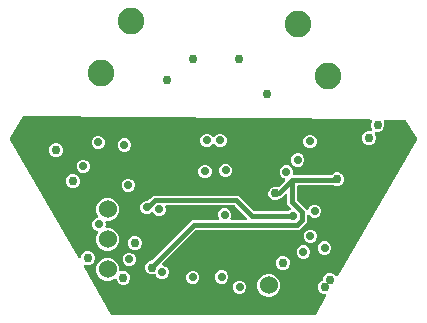
<source format=gbr>
G04 EAGLE Gerber RS-274X export*
G75*
%MOMM*%
%FSLAX34Y34*%
%LPD*%
%INCopper Layer 15*%
%IPPOS*%
%AMOC8*
5,1,8,0,0,1.08239X$1,22.5*%
G01*
%ADD10C,1.524000*%
%ADD11C,2.250000*%
%ADD12C,0.756400*%
%ADD13C,0.706400*%
%ADD14C,0.406400*%

G36*
X88711Y-7D02*
X88711Y-7D01*
X88817Y-3D01*
X88869Y13D01*
X88922Y20D01*
X89020Y58D01*
X89121Y89D01*
X89168Y117D01*
X89218Y137D01*
X89303Y199D01*
X89394Y253D01*
X89431Y292D01*
X89475Y323D01*
X89542Y405D01*
X89616Y480D01*
X89664Y552D01*
X89678Y568D01*
X89684Y582D01*
X89706Y614D01*
X98632Y16076D01*
X98684Y16198D01*
X98740Y16318D01*
X98745Y16344D01*
X98755Y16369D01*
X98775Y16500D01*
X98800Y16630D01*
X98798Y16657D01*
X98802Y16684D01*
X98788Y16816D01*
X98780Y16947D01*
X98772Y16973D01*
X98769Y17000D01*
X98723Y17124D01*
X98682Y17250D01*
X98667Y17273D01*
X98658Y17298D01*
X98582Y17407D01*
X98512Y17519D01*
X98492Y17537D01*
X98477Y17559D01*
X98376Y17646D01*
X98280Y17737D01*
X98256Y17750D01*
X98236Y17767D01*
X98117Y17826D01*
X98002Y17890D01*
X97975Y17897D01*
X97951Y17909D01*
X97822Y17937D01*
X97694Y17970D01*
X97655Y17972D01*
X97640Y17975D01*
X97618Y17974D01*
X97533Y17980D01*
X96471Y17980D01*
X94327Y18868D01*
X92686Y20509D01*
X91799Y22652D01*
X91799Y24973D01*
X92686Y27116D01*
X94327Y28757D01*
X94984Y29029D01*
X95009Y29044D01*
X95037Y29053D01*
X95147Y29122D01*
X95260Y29187D01*
X95281Y29207D01*
X95306Y29223D01*
X95395Y29318D01*
X95488Y29408D01*
X95504Y29433D01*
X95524Y29455D01*
X95587Y29568D01*
X95655Y29679D01*
X95663Y29707D01*
X95678Y29733D01*
X95710Y29859D01*
X95748Y29983D01*
X95750Y30013D01*
X95757Y30041D01*
X95767Y30202D01*
X95767Y31323D01*
X96655Y33466D01*
X98296Y35107D01*
X100440Y35995D01*
X102760Y35995D01*
X104904Y35107D01*
X106723Y33288D01*
X106768Y33253D01*
X106810Y33208D01*
X106867Y33172D01*
X106918Y33128D01*
X106951Y33111D01*
X106975Y33093D01*
X107025Y33071D01*
X107078Y33037D01*
X107142Y33016D01*
X107203Y32986D01*
X107240Y32978D01*
X107266Y32967D01*
X107319Y32958D01*
X107381Y32938D01*
X107448Y32934D01*
X107514Y32920D01*
X107552Y32921D01*
X107580Y32917D01*
X107633Y32922D01*
X107698Y32918D01*
X107764Y32930D01*
X107832Y32933D01*
X107869Y32944D01*
X107897Y32947D01*
X107946Y32964D01*
X108011Y32976D01*
X108072Y33005D01*
X108136Y33024D01*
X108170Y33045D01*
X108196Y33054D01*
X108239Y33083D01*
X108299Y33111D01*
X108351Y33154D01*
X108408Y33189D01*
X108436Y33217D01*
X108460Y33233D01*
X108494Y33272D01*
X108544Y33313D01*
X108584Y33368D01*
X108631Y33416D01*
X108662Y33463D01*
X108670Y33471D01*
X108676Y33483D01*
X108720Y33550D01*
X175137Y148590D01*
X175178Y148688D01*
X175227Y148781D01*
X175240Y148834D01*
X175260Y148884D01*
X175276Y148988D01*
X175300Y149091D01*
X175299Y149145D01*
X175307Y149198D01*
X175296Y149303D01*
X175294Y149409D01*
X175279Y149461D01*
X175274Y149514D01*
X175237Y149614D01*
X175209Y149715D01*
X175171Y149792D01*
X175163Y149813D01*
X175154Y149825D01*
X175137Y149860D01*
X166481Y164852D01*
X166422Y164931D01*
X166370Y165015D01*
X166326Y165057D01*
X166289Y165106D01*
X166212Y165167D01*
X166141Y165235D01*
X166088Y165265D01*
X166040Y165303D01*
X165950Y165344D01*
X165864Y165392D01*
X165805Y165408D01*
X165749Y165433D01*
X165652Y165449D01*
X165557Y165475D01*
X165456Y165483D01*
X165436Y165486D01*
X165424Y165485D01*
X165396Y165487D01*
X148425Y165678D01*
X148369Y165672D01*
X148312Y165674D01*
X148211Y165654D01*
X148109Y165642D01*
X148056Y165621D01*
X148000Y165610D01*
X147908Y165565D01*
X147812Y165528D01*
X147766Y165495D01*
X147715Y165470D01*
X147637Y165404D01*
X147553Y165344D01*
X147516Y165301D01*
X147473Y165264D01*
X147414Y165180D01*
X147347Y165101D01*
X147322Y165050D01*
X147290Y165004D01*
X147253Y164908D01*
X147208Y164815D01*
X147197Y164760D01*
X147177Y164707D01*
X147165Y164604D01*
X147145Y164504D01*
X147148Y164447D01*
X147142Y164390D01*
X147156Y164289D01*
X147161Y164186D01*
X147178Y164132D01*
X147186Y164076D01*
X147238Y163923D01*
X147914Y162291D01*
X147914Y159971D01*
X147026Y157827D01*
X145385Y156186D01*
X143241Y155299D01*
X140963Y155299D01*
X140914Y155292D01*
X140864Y155295D01*
X140757Y155272D01*
X140648Y155259D01*
X140602Y155240D01*
X140553Y155230D01*
X140454Y155182D01*
X140352Y155142D01*
X140312Y155112D01*
X140267Y155091D01*
X140184Y155019D01*
X140095Y154955D01*
X140063Y154916D01*
X140025Y154884D01*
X139962Y154795D01*
X139892Y154710D01*
X139871Y154665D01*
X139842Y154624D01*
X139803Y154521D01*
X139756Y154422D01*
X139747Y154373D01*
X139730Y154327D01*
X139717Y154217D01*
X139697Y154110D01*
X139700Y154060D01*
X139694Y154011D01*
X139710Y153902D01*
X139716Y153792D01*
X139732Y153745D01*
X139739Y153696D01*
X139791Y153544D01*
X140770Y151179D01*
X140770Y148859D01*
X139882Y146715D01*
X138241Y145074D01*
X136098Y144186D01*
X133777Y144186D01*
X131634Y145074D01*
X129993Y146715D01*
X129105Y148859D01*
X129105Y151179D01*
X129993Y153323D01*
X131634Y154964D01*
X133777Y155851D01*
X136055Y155851D01*
X136105Y155858D01*
X136154Y155855D01*
X136262Y155878D01*
X136371Y155891D01*
X136417Y155910D01*
X136466Y155920D01*
X136564Y155968D01*
X136667Y156008D01*
X136707Y156038D01*
X136751Y156059D01*
X136835Y156131D01*
X136924Y156195D01*
X136956Y156234D01*
X136993Y156266D01*
X137057Y156355D01*
X137127Y156440D01*
X137148Y156485D01*
X137177Y156526D01*
X137215Y156629D01*
X137262Y156728D01*
X137272Y156777D01*
X137289Y156823D01*
X137301Y156933D01*
X137322Y157040D01*
X137319Y157090D01*
X137324Y157139D01*
X137309Y157248D01*
X137302Y157358D01*
X137287Y157405D01*
X137280Y157454D01*
X137228Y157606D01*
X136249Y159971D01*
X136249Y162291D01*
X136983Y164065D01*
X136994Y164106D01*
X137013Y164144D01*
X137036Y164259D01*
X137067Y164372D01*
X137068Y164414D01*
X137076Y164456D01*
X137070Y164573D01*
X137072Y164690D01*
X137062Y164731D01*
X137060Y164774D01*
X137025Y164885D01*
X136998Y164999D01*
X136978Y165037D01*
X136965Y165077D01*
X136904Y165177D01*
X136849Y165280D01*
X136821Y165312D01*
X136798Y165348D01*
X136714Y165429D01*
X136635Y165516D01*
X136600Y165539D01*
X136569Y165568D01*
X136468Y165626D01*
X136370Y165690D01*
X136329Y165704D01*
X136292Y165725D01*
X136180Y165756D01*
X136069Y165793D01*
X136026Y165797D01*
X135985Y165808D01*
X135825Y165820D01*
X-59695Y168022D01*
X-156922Y169116D01*
X-157034Y169104D01*
X-157147Y169099D01*
X-157192Y169085D01*
X-157238Y169080D01*
X-157343Y169040D01*
X-157452Y169007D01*
X-157492Y168983D01*
X-157535Y168966D01*
X-157627Y168901D01*
X-157724Y168843D01*
X-157757Y168810D01*
X-157795Y168783D01*
X-157868Y168696D01*
X-157947Y168616D01*
X-157986Y168556D01*
X-158000Y168540D01*
X-158008Y168523D01*
X-158036Y168482D01*
X-168787Y149860D01*
X-168828Y149762D01*
X-168877Y149669D01*
X-168889Y149616D01*
X-168910Y149566D01*
X-168926Y149462D01*
X-168950Y149359D01*
X-168949Y149305D01*
X-168957Y149252D01*
X-168946Y149147D01*
X-168944Y149041D01*
X-168929Y148989D01*
X-168924Y148936D01*
X-168887Y148836D01*
X-168859Y148735D01*
X-168821Y148658D01*
X-168813Y148637D01*
X-168804Y148625D01*
X-168787Y148590D01*
X-111389Y49170D01*
X-111300Y49054D01*
X-111215Y48936D01*
X-111205Y48928D01*
X-111196Y48917D01*
X-111083Y48827D01*
X-110970Y48734D01*
X-110958Y48728D01*
X-110947Y48720D01*
X-110813Y48660D01*
X-110682Y48598D01*
X-110669Y48596D01*
X-110657Y48590D01*
X-110512Y48566D01*
X-110370Y48538D01*
X-110357Y48539D01*
X-110343Y48537D01*
X-110197Y48549D01*
X-110053Y48558D01*
X-110040Y48562D01*
X-110026Y48563D01*
X-109888Y48611D01*
X-109750Y48656D01*
X-109739Y48663D01*
X-109726Y48668D01*
X-109604Y48748D01*
X-109481Y48826D01*
X-109472Y48836D01*
X-109461Y48844D01*
X-109363Y48952D01*
X-109263Y49058D01*
X-109257Y49070D01*
X-109248Y49080D01*
X-109180Y49209D01*
X-109110Y49336D01*
X-109107Y49349D01*
X-109100Y49361D01*
X-109087Y49418D01*
X-108132Y51723D01*
X-106491Y53364D01*
X-104348Y54251D01*
X-102027Y54251D01*
X-99884Y53364D01*
X-98243Y51723D01*
X-97355Y49579D01*
X-97355Y47259D01*
X-98243Y45115D01*
X-99884Y43474D01*
X-102027Y42586D01*
X-104348Y42586D01*
X-105151Y42919D01*
X-105212Y42935D01*
X-105270Y42961D01*
X-105365Y42977D01*
X-105458Y43003D01*
X-105521Y43004D01*
X-105583Y43014D01*
X-105679Y43006D01*
X-105776Y43008D01*
X-105837Y42993D01*
X-105900Y42988D01*
X-105991Y42956D01*
X-106085Y42934D01*
X-106141Y42904D01*
X-106200Y42883D01*
X-106281Y42830D01*
X-106366Y42785D01*
X-106413Y42742D01*
X-106465Y42708D01*
X-106530Y42636D01*
X-106602Y42571D01*
X-106636Y42518D01*
X-106678Y42471D01*
X-106723Y42386D01*
X-106776Y42305D01*
X-106797Y42246D01*
X-106826Y42190D01*
X-106848Y42096D01*
X-106880Y42004D01*
X-106885Y41942D01*
X-106899Y41880D01*
X-106897Y41784D01*
X-106905Y41687D01*
X-106894Y41625D01*
X-106893Y41562D01*
X-106867Y41469D01*
X-106850Y41374D01*
X-106824Y41317D01*
X-106808Y41256D01*
X-106736Y41112D01*
X-83356Y614D01*
X-83292Y530D01*
X-83235Y441D01*
X-83196Y404D01*
X-83163Y361D01*
X-83081Y295D01*
X-83004Y223D01*
X-82956Y197D01*
X-82914Y163D01*
X-82818Y120D01*
X-82725Y69D01*
X-82673Y56D01*
X-82624Y34D01*
X-82519Y16D01*
X-82417Y-10D01*
X-82332Y-16D01*
X-82310Y-19D01*
X-82295Y-18D01*
X-82256Y-20D01*
X88606Y-20D01*
X88711Y-7D01*
G37*
%LPC*%
G36*
X-41592Y30930D02*
X-41592Y30930D01*
X-43644Y31780D01*
X-45214Y33350D01*
X-45586Y34247D01*
X-45645Y34351D01*
X-45697Y34457D01*
X-45723Y34488D01*
X-45743Y34523D01*
X-45826Y34609D01*
X-45903Y34699D01*
X-45936Y34723D01*
X-45964Y34752D01*
X-46066Y34814D01*
X-46163Y34882D01*
X-46201Y34897D01*
X-46235Y34918D01*
X-46349Y34953D01*
X-46461Y34995D01*
X-46501Y35000D01*
X-46539Y35012D01*
X-46658Y35017D01*
X-46777Y35030D01*
X-46817Y35025D01*
X-46857Y35027D01*
X-46974Y35003D01*
X-47092Y34986D01*
X-47149Y34966D01*
X-47169Y34962D01*
X-47187Y34953D01*
X-47244Y34934D01*
X-48052Y34599D01*
X-50373Y34599D01*
X-52516Y35487D01*
X-54157Y37128D01*
X-55045Y39272D01*
X-55045Y41592D01*
X-54157Y43736D01*
X-52516Y45377D01*
X-50373Y46264D01*
X-50178Y46264D01*
X-50080Y46277D01*
X-49981Y46280D01*
X-49923Y46297D01*
X-49862Y46304D01*
X-49770Y46341D01*
X-49675Y46368D01*
X-49623Y46399D01*
X-49567Y46421D01*
X-49487Y46479D01*
X-49401Y46530D01*
X-49326Y46596D01*
X-49309Y46608D01*
X-49302Y46618D01*
X-49280Y46636D01*
X-15310Y80606D01*
X6549Y80606D01*
X6599Y80612D01*
X6648Y80610D01*
X6756Y80632D01*
X6865Y80646D01*
X6911Y80664D01*
X6960Y80674D01*
X7058Y80723D01*
X7160Y80763D01*
X7201Y80792D01*
X7245Y80814D01*
X7329Y80885D01*
X7418Y80950D01*
X7449Y80988D01*
X7487Y81020D01*
X7550Y81110D01*
X7621Y81195D01*
X7642Y81240D01*
X7670Y81280D01*
X7709Y81383D01*
X7756Y81483D01*
X7765Y81531D01*
X7783Y81578D01*
X7795Y81687D01*
X7816Y81795D01*
X7813Y81844D01*
X7818Y81894D01*
X7803Y82003D01*
X7796Y82112D01*
X7781Y82160D01*
X7774Y82209D01*
X7722Y82361D01*
X7117Y83821D01*
X7117Y86042D01*
X7967Y88094D01*
X9538Y89664D01*
X11589Y90514D01*
X13811Y90514D01*
X15862Y89664D01*
X17433Y88094D01*
X18283Y86042D01*
X18283Y83821D01*
X17678Y82361D01*
X17665Y82313D01*
X17644Y82268D01*
X17623Y82161D01*
X17594Y82054D01*
X17593Y82005D01*
X17584Y81956D01*
X17591Y81846D01*
X17589Y81736D01*
X17601Y81688D01*
X17604Y81639D01*
X17638Y81534D01*
X17663Y81427D01*
X17687Y81383D01*
X17702Y81336D01*
X17761Y81243D01*
X17812Y81146D01*
X17845Y81109D01*
X17872Y81067D01*
X17952Y80992D01*
X18026Y80911D01*
X18067Y80883D01*
X18104Y80849D01*
X18200Y80796D01*
X18292Y80736D01*
X18339Y80720D01*
X18382Y80696D01*
X18488Y80668D01*
X18592Y80633D01*
X18642Y80629D01*
X18690Y80616D01*
X18851Y80606D01*
X30421Y80606D01*
X30558Y80624D01*
X30697Y80637D01*
X30716Y80644D01*
X30736Y80646D01*
X30865Y80697D01*
X30997Y80744D01*
X31013Y80756D01*
X31032Y80763D01*
X31144Y80845D01*
X31260Y80923D01*
X31273Y80938D01*
X31289Y80950D01*
X31378Y81057D01*
X31470Y81161D01*
X31479Y81179D01*
X31492Y81195D01*
X31551Y81321D01*
X31615Y81445D01*
X31619Y81464D01*
X31628Y81483D01*
X31654Y81619D01*
X31684Y81755D01*
X31684Y81775D01*
X31688Y81795D01*
X31679Y81933D01*
X31675Y82073D01*
X31669Y82092D01*
X31668Y82112D01*
X31625Y82245D01*
X31586Y82378D01*
X31576Y82396D01*
X31570Y82415D01*
X31496Y82532D01*
X31425Y82652D01*
X31406Y82673D01*
X31400Y82684D01*
X31385Y82698D01*
X31318Y82773D01*
X21238Y92853D01*
X21160Y92914D01*
X21088Y92982D01*
X21035Y93011D01*
X20987Y93048D01*
X20896Y93088D01*
X20809Y93135D01*
X20751Y93150D01*
X20695Y93175D01*
X20597Y93190D01*
X20501Y93215D01*
X20401Y93221D01*
X20381Y93224D01*
X20369Y93223D01*
X20341Y93225D01*
X-36383Y93225D01*
X-36432Y93219D01*
X-36482Y93221D01*
X-36589Y93199D01*
X-36698Y93185D01*
X-36745Y93167D01*
X-36793Y93157D01*
X-36892Y93108D01*
X-36994Y93068D01*
X-37034Y93039D01*
X-37079Y93017D01*
X-37163Y92946D01*
X-37251Y92881D01*
X-37283Y92843D01*
X-37321Y92811D01*
X-37384Y92721D01*
X-37454Y92636D01*
X-37475Y92591D01*
X-37504Y92551D01*
X-37543Y92448D01*
X-37590Y92349D01*
X-37599Y92300D01*
X-37617Y92253D01*
X-37629Y92144D01*
X-37650Y92036D01*
X-37647Y91987D01*
X-37652Y91937D01*
X-37637Y91828D01*
X-37630Y91719D01*
X-37615Y91672D01*
X-37608Y91622D01*
X-37556Y91470D01*
X-37280Y90804D01*
X-37280Y88583D01*
X-38130Y86531D01*
X-39700Y84961D01*
X-41752Y84111D01*
X-43973Y84111D01*
X-46025Y84961D01*
X-47606Y86542D01*
X-47608Y86545D01*
X-47625Y86592D01*
X-47686Y86683D01*
X-47741Y86778D01*
X-47775Y86814D01*
X-47803Y86855D01*
X-47885Y86928D01*
X-47962Y87007D01*
X-48005Y87033D01*
X-48042Y87066D01*
X-48139Y87116D01*
X-48233Y87173D01*
X-48281Y87188D01*
X-48325Y87210D01*
X-48432Y87234D01*
X-48537Y87267D01*
X-48587Y87269D01*
X-48635Y87280D01*
X-48745Y87277D01*
X-48855Y87282D01*
X-48904Y87272D01*
X-48953Y87270D01*
X-49058Y87240D01*
X-49166Y87218D01*
X-49211Y87196D01*
X-49259Y87182D01*
X-49353Y87126D01*
X-49452Y87078D01*
X-49490Y87046D01*
X-49533Y87020D01*
X-49653Y86914D01*
X-50019Y86548D01*
X-52071Y85699D01*
X-54292Y85699D01*
X-56344Y86548D01*
X-57914Y88119D01*
X-58764Y90171D01*
X-58764Y92392D01*
X-57914Y94444D01*
X-56344Y96014D01*
X-54292Y96864D01*
X-52760Y96864D01*
X-52662Y96876D01*
X-52563Y96879D01*
X-52504Y96896D01*
X-52444Y96904D01*
X-52352Y96940D01*
X-52257Y96968D01*
X-52205Y96999D01*
X-52149Y97021D01*
X-52068Y97079D01*
X-51983Y97129D01*
X-51908Y97196D01*
X-51891Y97208D01*
X-51883Y97217D01*
X-51862Y97236D01*
X-50471Y98627D01*
X-47707Y101390D01*
X24249Y101390D01*
X27012Y98627D01*
X37121Y88518D01*
X37199Y88458D01*
X37271Y88390D01*
X37324Y88361D01*
X37372Y88324D01*
X37463Y88284D01*
X37549Y88236D01*
X37608Y88221D01*
X37664Y88197D01*
X37762Y88182D01*
X37857Y88157D01*
X37957Y88151D01*
X37978Y88147D01*
X37990Y88149D01*
X38018Y88147D01*
X66232Y88147D01*
X66330Y88159D01*
X66429Y88162D01*
X66487Y88179D01*
X66548Y88187D01*
X66640Y88223D01*
X66735Y88251D01*
X66787Y88281D01*
X66843Y88304D01*
X66923Y88362D01*
X67009Y88412D01*
X67084Y88478D01*
X67101Y88490D01*
X67108Y88500D01*
X67130Y88519D01*
X67481Y88870D01*
X68147Y89146D01*
X68190Y89171D01*
X68237Y89188D01*
X68328Y89249D01*
X68424Y89304D01*
X68459Y89338D01*
X68500Y89366D01*
X68573Y89449D01*
X68652Y89525D01*
X68678Y89567D01*
X68711Y89605D01*
X68761Y89702D01*
X68818Y89796D01*
X68833Y89844D01*
X68855Y89888D01*
X68879Y89995D01*
X68912Y90100D01*
X68914Y90150D01*
X68925Y90198D01*
X68922Y90308D01*
X68927Y90418D01*
X68917Y90466D01*
X68915Y90516D01*
X68885Y90622D01*
X68863Y90729D01*
X68841Y90774D01*
X68827Y90821D01*
X68771Y90916D01*
X68723Y91015D01*
X68691Y91053D01*
X68665Y91095D01*
X68559Y91216D01*
X65767Y94008D01*
X65767Y101379D01*
X65750Y101517D01*
X65737Y101656D01*
X65730Y101675D01*
X65727Y101695D01*
X65676Y101824D01*
X65629Y101955D01*
X65618Y101972D01*
X65610Y101990D01*
X65529Y102103D01*
X65451Y102218D01*
X65435Y102231D01*
X65424Y102248D01*
X65317Y102336D01*
X65212Y102428D01*
X65194Y102438D01*
X65179Y102451D01*
X65053Y102510D01*
X64929Y102573D01*
X64909Y102578D01*
X64891Y102586D01*
X64755Y102612D01*
X64619Y102643D01*
X64598Y102642D01*
X64579Y102646D01*
X64440Y102637D01*
X64301Y102633D01*
X64281Y102627D01*
X64261Y102626D01*
X64129Y102583D01*
X63995Y102545D01*
X63978Y102534D01*
X63959Y102528D01*
X63841Y102454D01*
X63721Y102383D01*
X63700Y102365D01*
X63690Y102358D01*
X63676Y102343D01*
X63600Y102277D01*
X63192Y101868D01*
X60429Y99105D01*
X60254Y99105D01*
X60156Y99092D01*
X60057Y99089D01*
X59999Y99073D01*
X59939Y99065D01*
X59847Y99028D01*
X59752Y99001D01*
X59699Y98970D01*
X59643Y98948D01*
X59563Y98890D01*
X59478Y98839D01*
X59402Y98773D01*
X59386Y98761D01*
X59378Y98752D01*
X59357Y98733D01*
X58866Y98243D01*
X56723Y97355D01*
X54402Y97355D01*
X52259Y98243D01*
X50618Y99884D01*
X49730Y102027D01*
X49730Y104348D01*
X50618Y106491D01*
X52259Y108132D01*
X54402Y109020D01*
X56723Y109020D01*
X57405Y108737D01*
X57434Y108730D01*
X57460Y108716D01*
X57587Y108688D01*
X57712Y108653D01*
X57742Y108653D01*
X57771Y108647D01*
X57900Y108650D01*
X58030Y108648D01*
X58059Y108655D01*
X58088Y108656D01*
X58213Y108692D01*
X58339Y108723D01*
X58366Y108736D01*
X58394Y108745D01*
X58506Y108811D01*
X58621Y108871D01*
X58642Y108891D01*
X58668Y108906D01*
X58789Y109013D01*
X63655Y113879D01*
X63685Y113918D01*
X63722Y113951D01*
X63782Y114043D01*
X63850Y114130D01*
X63870Y114176D01*
X63897Y114217D01*
X63932Y114321D01*
X63976Y114422D01*
X63984Y114471D01*
X64000Y114518D01*
X64009Y114627D01*
X64026Y114736D01*
X64021Y114785D01*
X64025Y114835D01*
X64006Y114943D01*
X63996Y115052D01*
X63979Y115099D01*
X63971Y115148D01*
X63926Y115248D01*
X63889Y115352D01*
X63861Y115393D01*
X63840Y115438D01*
X63772Y115524D01*
X63710Y115615D01*
X63673Y115648D01*
X63642Y115687D01*
X63554Y115753D01*
X63472Y115825D01*
X63427Y115848D01*
X63388Y115878D01*
X63243Y115949D01*
X61772Y116558D01*
X60202Y118128D01*
X59352Y120180D01*
X59352Y122401D01*
X60202Y124453D01*
X61772Y126024D01*
X63824Y126874D01*
X66045Y126874D01*
X68097Y126024D01*
X69667Y124453D01*
X70517Y122401D01*
X70517Y120180D01*
X70500Y120138D01*
X70486Y120090D01*
X70465Y120045D01*
X70445Y119937D01*
X70416Y119831D01*
X70415Y119781D01*
X70406Y119732D01*
X70412Y119623D01*
X70411Y119513D01*
X70422Y119465D01*
X70425Y119415D01*
X70459Y119311D01*
X70485Y119204D01*
X70508Y119160D01*
X70523Y119113D01*
X70582Y119020D01*
X70633Y118923D01*
X70667Y118886D01*
X70694Y118844D01*
X70774Y118769D01*
X70847Y118687D01*
X70889Y118660D01*
X70925Y118626D01*
X71021Y118573D01*
X71113Y118513D01*
X71160Y118496D01*
X71204Y118472D01*
X71310Y118445D01*
X71414Y118409D01*
X71464Y118405D01*
X71512Y118393D01*
X71672Y118383D01*
X102465Y118383D01*
X102563Y118395D01*
X102662Y118398D01*
X102720Y118415D01*
X102780Y118423D01*
X102872Y118459D01*
X102967Y118487D01*
X103019Y118517D01*
X103076Y118540D01*
X103156Y118598D01*
X103241Y118648D01*
X103317Y118714D01*
X103333Y118726D01*
X103341Y118736D01*
X103362Y118754D01*
X104646Y120039D01*
X106790Y120926D01*
X109110Y120926D01*
X111254Y120039D01*
X112895Y118398D01*
X113783Y116254D01*
X113783Y113934D01*
X112895Y111790D01*
X111254Y110149D01*
X109110Y109261D01*
X106790Y109261D01*
X104714Y110121D01*
X104706Y110123D01*
X104697Y110128D01*
X104552Y110165D01*
X104408Y110205D01*
X104398Y110205D01*
X104389Y110207D01*
X104229Y110217D01*
X75202Y110217D01*
X75084Y110202D01*
X74965Y110195D01*
X74927Y110182D01*
X74886Y110177D01*
X74776Y110134D01*
X74663Y110097D01*
X74628Y110075D01*
X74591Y110060D01*
X74495Y109991D01*
X74394Y109927D01*
X74366Y109897D01*
X74333Y109874D01*
X74257Y109782D01*
X74176Y109695D01*
X74156Y109660D01*
X74131Y109629D01*
X74080Y109521D01*
X74022Y109417D01*
X74012Y109377D01*
X73995Y109341D01*
X73973Y109224D01*
X73943Y109109D01*
X73939Y109049D01*
X73935Y109029D01*
X73937Y109008D01*
X73933Y108948D01*
X73933Y97916D01*
X73945Y97818D01*
X73948Y97719D01*
X73965Y97661D01*
X73973Y97600D01*
X74009Y97508D01*
X74037Y97413D01*
X74067Y97361D01*
X74090Y97305D01*
X74148Y97225D01*
X74198Y97139D01*
X74264Y97064D01*
X74276Y97047D01*
X74286Y97040D01*
X74304Y97018D01*
X81611Y89712D01*
X81650Y89682D01*
X81683Y89645D01*
X81775Y89585D01*
X81862Y89517D01*
X81908Y89497D01*
X81949Y89470D01*
X82053Y89435D01*
X82154Y89391D01*
X82203Y89383D01*
X82250Y89367D01*
X82359Y89358D01*
X82468Y89341D01*
X82517Y89346D01*
X82567Y89342D01*
X82675Y89361D01*
X82785Y89371D01*
X82831Y89388D01*
X82880Y89396D01*
X82980Y89441D01*
X83084Y89478D01*
X83125Y89506D01*
X83170Y89527D01*
X83256Y89595D01*
X83347Y89657D01*
X83380Y89694D01*
X83419Y89725D01*
X83485Y89813D01*
X83558Y89895D01*
X83580Y89940D01*
X83610Y89979D01*
X83681Y90124D01*
X84167Y91298D01*
X85738Y92868D01*
X87789Y93718D01*
X90011Y93718D01*
X92062Y92868D01*
X93633Y91298D01*
X94483Y89246D01*
X94483Y87025D01*
X93633Y84973D01*
X92062Y83403D01*
X90011Y82553D01*
X87789Y82553D01*
X85738Y83403D01*
X84507Y84633D01*
X84398Y84718D01*
X84290Y84807D01*
X84272Y84816D01*
X84256Y84828D01*
X84128Y84883D01*
X84003Y84943D01*
X83983Y84946D01*
X83964Y84954D01*
X83826Y84976D01*
X83690Y85002D01*
X83670Y85001D01*
X83650Y85004D01*
X83511Y84991D01*
X83373Y84983D01*
X83354Y84976D01*
X83333Y84974D01*
X83202Y84927D01*
X83070Y84885D01*
X83053Y84874D01*
X83034Y84867D01*
X82919Y84789D01*
X82802Y84714D01*
X82788Y84700D01*
X82771Y84688D01*
X82679Y84584D01*
X82584Y84483D01*
X82574Y84465D01*
X82560Y84450D01*
X82497Y84326D01*
X82430Y84204D01*
X82425Y84185D01*
X82416Y84167D01*
X82385Y84031D01*
X82351Y83896D01*
X82349Y83868D01*
X82346Y83856D01*
X82347Y83836D01*
X82340Y83736D01*
X82340Y79293D01*
X75489Y72441D01*
X-11403Y72441D01*
X-11501Y72428D01*
X-11600Y72425D01*
X-11658Y72409D01*
X-11718Y72401D01*
X-11810Y72364D01*
X-11905Y72337D01*
X-11957Y72306D01*
X-12014Y72284D01*
X-12094Y72226D01*
X-12179Y72175D01*
X-12255Y72109D01*
X-12271Y72097D01*
X-12279Y72088D01*
X-12300Y72069D01*
X-40107Y44262D01*
X-40192Y44152D01*
X-40281Y44045D01*
X-40290Y44027D01*
X-40302Y44011D01*
X-40357Y43883D01*
X-40416Y43757D01*
X-40420Y43738D01*
X-40428Y43719D01*
X-40450Y43581D01*
X-40476Y43445D01*
X-40475Y43425D01*
X-40478Y43405D01*
X-40465Y43266D01*
X-40457Y43128D01*
X-40450Y43108D01*
X-40448Y43088D01*
X-40401Y42957D01*
X-40358Y42825D01*
X-40348Y42808D01*
X-40341Y42789D01*
X-40263Y42674D01*
X-40188Y42556D01*
X-40174Y42542D01*
X-40162Y42526D01*
X-40058Y42434D01*
X-39957Y42338D01*
X-39939Y42329D01*
X-39924Y42315D01*
X-39800Y42252D01*
X-39678Y42185D01*
X-39659Y42180D01*
X-39641Y42171D01*
X-39505Y42140D01*
X-39437Y42123D01*
X-37319Y41245D01*
X-35748Y39675D01*
X-34899Y37623D01*
X-34899Y35402D01*
X-35748Y33350D01*
X-37319Y31780D01*
X-39371Y30930D01*
X-41592Y30930D01*
G37*
%LPD*%
%LPC*%
G36*
X-88442Y54623D02*
X-88442Y54623D01*
X-91997Y56095D01*
X-94717Y58816D01*
X-96189Y62370D01*
X-96189Y66217D01*
X-94667Y69894D01*
X-94635Y70009D01*
X-94596Y70122D01*
X-94593Y70162D01*
X-94583Y70201D01*
X-94581Y70320D01*
X-94571Y70439D01*
X-94578Y70478D01*
X-94578Y70519D01*
X-94605Y70635D01*
X-94626Y70752D01*
X-94642Y70789D01*
X-94652Y70828D01*
X-94707Y70934D01*
X-94756Y71042D01*
X-94781Y71073D01*
X-94800Y71109D01*
X-94880Y71197D01*
X-94955Y71290D01*
X-94987Y71315D01*
X-95014Y71345D01*
X-95114Y71410D01*
X-95209Y71482D01*
X-95263Y71508D01*
X-95280Y71519D01*
X-95299Y71526D01*
X-95353Y71552D01*
X-96897Y72192D01*
X-98467Y73762D01*
X-99317Y75814D01*
X-99317Y78035D01*
X-98467Y80087D01*
X-96897Y81657D01*
X-95301Y82318D01*
X-95257Y82343D01*
X-95209Y82361D01*
X-95119Y82422D01*
X-95025Y82476D01*
X-94988Y82511D01*
X-94946Y82540D01*
X-94875Y82621D01*
X-94797Y82697D01*
X-94770Y82741D01*
X-94736Y82779D01*
X-94687Y82876D01*
X-94631Y82968D01*
X-94615Y83017D01*
X-94592Y83063D01*
X-94569Y83168D01*
X-94537Y83272D01*
X-94534Y83323D01*
X-94523Y83373D01*
X-94527Y83482D01*
X-94526Y83496D01*
X-94524Y83515D01*
X-94525Y83522D01*
X-94522Y83590D01*
X-94532Y83640D01*
X-94534Y83691D01*
X-94563Y83791D01*
X-94569Y83830D01*
X-94576Y83851D01*
X-94586Y83901D01*
X-94608Y83947D01*
X-94609Y83948D01*
X-94623Y83996D01*
X-94634Y84015D01*
X-96189Y87770D01*
X-96189Y91617D01*
X-94717Y95172D01*
X-91997Y97892D01*
X-88442Y99364D01*
X-84595Y99364D01*
X-81041Y97892D01*
X-78320Y95172D01*
X-76848Y91617D01*
X-76848Y87770D01*
X-78320Y84216D01*
X-81041Y81495D01*
X-84595Y80023D01*
X-87075Y80023D01*
X-87125Y80017D01*
X-87174Y80019D01*
X-87282Y79997D01*
X-87391Y79983D01*
X-87437Y79965D01*
X-87486Y79955D01*
X-87585Y79907D01*
X-87687Y79866D01*
X-87727Y79837D01*
X-87772Y79815D01*
X-87855Y79744D01*
X-87944Y79679D01*
X-87976Y79641D01*
X-88014Y79609D01*
X-88077Y79519D01*
X-88147Y79434D01*
X-88168Y79389D01*
X-88197Y79349D01*
X-88236Y79246D01*
X-88282Y79147D01*
X-88292Y79098D01*
X-88309Y79051D01*
X-88322Y78942D01*
X-88342Y78834D01*
X-88339Y78785D01*
X-88345Y78735D01*
X-88329Y78626D01*
X-88322Y78517D01*
X-88307Y78470D01*
X-88300Y78420D01*
X-88248Y78268D01*
X-88152Y78035D01*
X-88152Y75814D01*
X-88191Y75719D01*
X-88204Y75671D01*
X-88225Y75627D01*
X-88246Y75519D01*
X-88275Y75413D01*
X-88275Y75363D01*
X-88285Y75314D01*
X-88278Y75205D01*
X-88280Y75095D01*
X-88268Y75046D01*
X-88265Y74997D01*
X-88231Y74892D01*
X-88206Y74785D01*
X-88182Y74742D01*
X-88167Y74694D01*
X-88108Y74601D01*
X-88057Y74504D01*
X-88023Y74468D01*
X-87997Y74426D01*
X-87917Y74350D01*
X-87843Y74269D01*
X-87801Y74242D01*
X-87765Y74208D01*
X-87669Y74155D01*
X-87577Y74094D01*
X-87530Y74078D01*
X-87487Y74054D01*
X-87380Y74027D01*
X-87276Y73991D01*
X-87227Y73987D01*
X-87179Y73975D01*
X-87018Y73964D01*
X-84595Y73964D01*
X-81041Y72492D01*
X-78320Y69772D01*
X-76848Y66217D01*
X-76848Y62370D01*
X-78320Y58816D01*
X-81041Y56095D01*
X-84595Y54623D01*
X-88442Y54623D01*
G37*
%LPD*%
%LPC*%
G36*
X-74185Y25917D02*
X-74185Y25917D01*
X-76329Y26805D01*
X-77970Y28446D01*
X-78801Y30453D01*
X-78826Y30496D01*
X-78843Y30543D01*
X-78904Y30634D01*
X-78959Y30729D01*
X-78993Y30765D01*
X-79021Y30806D01*
X-79103Y30879D01*
X-79180Y30958D01*
X-79222Y30984D01*
X-79260Y31017D01*
X-79358Y31067D01*
X-79451Y31124D01*
X-79498Y31139D01*
X-79543Y31161D01*
X-79650Y31185D01*
X-79755Y31218D01*
X-79805Y31220D01*
X-79853Y31231D01*
X-79963Y31227D01*
X-80073Y31233D01*
X-80121Y31223D01*
X-80171Y31221D01*
X-80276Y31191D01*
X-80384Y31168D01*
X-80429Y31147D01*
X-80476Y31133D01*
X-80571Y31077D01*
X-80670Y31029D01*
X-80708Y30996D01*
X-80750Y30971D01*
X-80871Y30865D01*
X-81041Y30695D01*
X-84595Y29223D01*
X-88442Y29223D01*
X-91997Y30695D01*
X-94717Y33416D01*
X-96189Y36970D01*
X-96189Y40817D01*
X-94717Y44372D01*
X-91997Y47092D01*
X-88442Y48564D01*
X-84595Y48564D01*
X-81041Y47092D01*
X-78320Y44372D01*
X-76848Y40817D01*
X-76848Y38379D01*
X-76842Y38330D01*
X-76844Y38280D01*
X-76822Y38173D01*
X-76808Y38064D01*
X-76790Y38017D01*
X-76780Y37969D01*
X-76732Y37870D01*
X-76691Y37768D01*
X-76662Y37728D01*
X-76640Y37683D01*
X-76569Y37600D01*
X-76504Y37511D01*
X-76466Y37479D01*
X-76434Y37441D01*
X-76344Y37378D01*
X-76259Y37308D01*
X-76214Y37287D01*
X-76174Y37258D01*
X-76071Y37219D01*
X-75972Y37172D01*
X-75923Y37163D01*
X-75876Y37145D01*
X-75767Y37133D01*
X-75659Y37113D01*
X-75610Y37116D01*
X-75560Y37110D01*
X-75451Y37126D01*
X-75342Y37132D01*
X-75295Y37148D01*
X-75245Y37155D01*
X-75093Y37207D01*
X-74185Y37583D01*
X-71865Y37583D01*
X-69721Y36695D01*
X-68080Y35054D01*
X-67192Y32910D01*
X-67192Y30590D01*
X-68080Y28446D01*
X-69721Y26805D01*
X-71865Y25917D01*
X-74185Y25917D01*
G37*
%LPD*%
%LPC*%
G36*
X48083Y15729D02*
X48083Y15729D01*
X44528Y17202D01*
X41808Y19922D01*
X40336Y23476D01*
X40336Y27324D01*
X41808Y30878D01*
X44528Y33598D01*
X48083Y35071D01*
X51930Y35071D01*
X55484Y33598D01*
X58205Y30878D01*
X59677Y27324D01*
X59677Y23476D01*
X58205Y19922D01*
X55484Y17202D01*
X51930Y15729D01*
X48083Y15729D01*
G37*
%LPD*%
%LPC*%
G36*
X-3492Y142506D02*
X-3492Y142506D01*
X-5544Y143355D01*
X-7114Y144926D01*
X-7964Y146978D01*
X-7964Y149199D01*
X-7114Y151251D01*
X-5544Y152821D01*
X-3492Y153671D01*
X-1271Y153671D01*
X781Y152821D01*
X2277Y151325D01*
X2372Y151252D01*
X2461Y151173D01*
X2497Y151155D01*
X2529Y151130D01*
X2638Y151082D01*
X2744Y151028D01*
X2783Y151019D01*
X2821Y151003D01*
X2938Y150985D01*
X3054Y150959D01*
X3095Y150960D01*
X3135Y150954D01*
X3253Y150965D01*
X3372Y150968D01*
X3411Y150980D01*
X3451Y150983D01*
X3564Y151024D01*
X3678Y151057D01*
X3712Y151077D01*
X3751Y151091D01*
X3849Y151158D01*
X3952Y151218D01*
X3997Y151258D01*
X4014Y151270D01*
X4027Y151285D01*
X4072Y151325D01*
X5569Y152821D01*
X7621Y153671D01*
X9842Y153671D01*
X11894Y152821D01*
X13464Y151251D01*
X14314Y149199D01*
X14314Y146978D01*
X13464Y144926D01*
X11894Y143355D01*
X9842Y142506D01*
X7621Y142506D01*
X5569Y143355D01*
X4072Y144852D01*
X3978Y144925D01*
X3889Y145004D01*
X3853Y145022D01*
X3821Y145047D01*
X3712Y145094D01*
X3606Y145148D01*
X3567Y145157D01*
X3529Y145173D01*
X3412Y145192D01*
X3296Y145218D01*
X3255Y145217D01*
X3215Y145223D01*
X3097Y145212D01*
X2978Y145208D01*
X2939Y145197D01*
X2899Y145193D01*
X2787Y145153D01*
X2672Y145120D01*
X2637Y145099D01*
X2599Y145086D01*
X2501Y145019D01*
X2398Y144958D01*
X2353Y144918D01*
X2336Y144907D01*
X2323Y144892D01*
X2277Y144852D01*
X781Y143355D01*
X-1271Y142506D01*
X-3492Y142506D01*
G37*
%LPD*%
%LPC*%
G36*
X-131335Y133867D02*
X-131335Y133867D01*
X-133479Y134755D01*
X-135120Y136396D01*
X-136008Y138540D01*
X-136008Y140860D01*
X-135120Y143004D01*
X-133479Y144645D01*
X-131335Y145533D01*
X-129015Y145533D01*
X-126871Y144645D01*
X-125230Y143004D01*
X-124342Y140860D01*
X-124342Y138540D01*
X-125230Y136396D01*
X-126871Y134755D01*
X-129015Y133867D01*
X-131335Y133867D01*
G37*
%LPD*%
%LPC*%
G36*
X-117048Y107674D02*
X-117048Y107674D01*
X-119191Y108561D01*
X-120832Y110202D01*
X-121720Y112346D01*
X-121720Y114666D01*
X-120832Y116810D01*
X-119191Y118451D01*
X-117048Y119339D01*
X-114727Y119339D01*
X-112584Y118451D01*
X-110943Y116810D01*
X-110055Y114666D01*
X-110055Y112346D01*
X-110943Y110202D01*
X-112584Y108561D01*
X-114727Y107674D01*
X-117048Y107674D01*
G37*
%LPD*%
%LPC*%
G36*
X-64660Y55286D02*
X-64660Y55286D01*
X-66804Y56174D01*
X-68445Y57815D01*
X-69333Y59959D01*
X-69333Y62279D01*
X-68445Y64423D01*
X-66804Y66064D01*
X-64660Y66951D01*
X-62340Y66951D01*
X-60196Y66064D01*
X-58555Y64423D01*
X-57667Y62279D01*
X-57667Y59959D01*
X-58555Y57815D01*
X-60196Y56174D01*
X-62340Y55286D01*
X-64660Y55286D01*
G37*
%LPD*%
%LPC*%
G36*
X60752Y38617D02*
X60752Y38617D01*
X58609Y39505D01*
X56968Y41146D01*
X56080Y43290D01*
X56080Y45610D01*
X56968Y47754D01*
X58609Y49395D01*
X60752Y50283D01*
X63073Y50283D01*
X65216Y49395D01*
X66857Y47754D01*
X67745Y45610D01*
X67745Y43290D01*
X66857Y41146D01*
X65216Y39505D01*
X63073Y38617D01*
X60752Y38617D01*
G37*
%LPD*%
%LPC*%
G36*
X83821Y141712D02*
X83821Y141712D01*
X81769Y142562D01*
X80198Y144132D01*
X79349Y146184D01*
X79349Y148405D01*
X80198Y150457D01*
X81769Y152027D01*
X83821Y152877D01*
X86042Y152877D01*
X88094Y152027D01*
X89664Y150457D01*
X90514Y148405D01*
X90514Y146184D01*
X89664Y144132D01*
X88094Y142562D01*
X86042Y141712D01*
X83821Y141712D01*
G37*
%LPD*%
%LPC*%
G36*
X-95567Y140918D02*
X-95567Y140918D01*
X-97619Y141768D01*
X-99189Y143338D01*
X-100039Y145390D01*
X-100039Y147611D01*
X-99189Y149663D01*
X-97619Y151234D01*
X-95567Y152083D01*
X-93346Y152083D01*
X-91294Y151234D01*
X-89723Y149663D01*
X-88874Y147611D01*
X-88874Y145390D01*
X-89723Y143338D01*
X-91294Y141768D01*
X-93346Y140918D01*
X-95567Y140918D01*
G37*
%LPD*%
%LPC*%
G36*
X-73342Y138537D02*
X-73342Y138537D01*
X-75394Y139387D01*
X-76964Y140957D01*
X-77814Y143009D01*
X-77814Y145230D01*
X-76964Y147282D01*
X-75394Y148852D01*
X-73342Y149702D01*
X-71121Y149702D01*
X-69069Y148852D01*
X-67498Y147282D01*
X-66649Y145230D01*
X-66649Y143009D01*
X-67498Y140957D01*
X-69069Y139387D01*
X-71121Y138537D01*
X-73342Y138537D01*
G37*
%LPD*%
%LPC*%
G36*
X73502Y125837D02*
X73502Y125837D01*
X71450Y126687D01*
X69880Y128257D01*
X69030Y130309D01*
X69030Y132530D01*
X69880Y134582D01*
X71450Y136152D01*
X73502Y137002D01*
X75723Y137002D01*
X77775Y136152D01*
X79345Y134582D01*
X80195Y132530D01*
X80195Y130309D01*
X79345Y128257D01*
X77775Y126687D01*
X75723Y125837D01*
X73502Y125837D01*
G37*
%LPD*%
%LPC*%
G36*
X-108267Y120624D02*
X-108267Y120624D01*
X-110319Y121473D01*
X-111889Y123044D01*
X-112739Y125096D01*
X-112739Y127317D01*
X-111889Y129369D01*
X-110319Y130939D01*
X-108267Y131789D01*
X-106046Y131789D01*
X-103994Y130939D01*
X-102423Y129369D01*
X-101574Y127317D01*
X-101574Y125096D01*
X-102423Y123044D01*
X-103994Y121473D01*
X-106046Y120624D01*
X-108267Y120624D01*
G37*
%LPD*%
%LPC*%
G36*
X12383Y117106D02*
X12383Y117106D01*
X10331Y117955D01*
X8761Y119526D01*
X7911Y121578D01*
X7911Y123799D01*
X8761Y125851D01*
X10331Y127421D01*
X12383Y128271D01*
X14604Y128271D01*
X16656Y127421D01*
X18227Y125851D01*
X19076Y123799D01*
X19076Y121578D01*
X18227Y119526D01*
X16656Y117955D01*
X14604Y117106D01*
X12383Y117106D01*
G37*
%LPD*%
%LPC*%
G36*
X-70167Y104572D02*
X-70167Y104572D01*
X-72219Y105422D01*
X-73789Y106993D01*
X-74639Y109045D01*
X-74639Y111266D01*
X-73789Y113317D01*
X-72219Y114888D01*
X-70167Y115738D01*
X-67946Y115738D01*
X-65894Y114888D01*
X-64323Y113317D01*
X-63474Y111266D01*
X-63474Y109045D01*
X-64323Y106993D01*
X-65894Y105422D01*
X-67946Y104572D01*
X-70167Y104572D01*
G37*
%LPD*%
%LPC*%
G36*
X84171Y61443D02*
X84171Y61443D01*
X82119Y62293D01*
X80549Y63863D01*
X79699Y65915D01*
X79699Y68136D01*
X80549Y70188D01*
X82119Y71758D01*
X84171Y72608D01*
X86392Y72608D01*
X88444Y71758D01*
X90015Y70188D01*
X90865Y68136D01*
X90865Y65915D01*
X90015Y63863D01*
X88444Y62293D01*
X86392Y61443D01*
X84171Y61443D01*
G37*
%LPD*%
%LPC*%
G36*
X96220Y51344D02*
X96220Y51344D01*
X94168Y52194D01*
X92598Y53764D01*
X91748Y55816D01*
X91748Y58037D01*
X92598Y60089D01*
X94168Y61659D01*
X96220Y62509D01*
X98441Y62509D01*
X100493Y61659D01*
X102063Y60089D01*
X102913Y58037D01*
X102913Y55816D01*
X102063Y53764D01*
X100493Y52194D01*
X98441Y51344D01*
X96220Y51344D01*
G37*
%LPD*%
%LPC*%
G36*
X78264Y48049D02*
X78264Y48049D01*
X76213Y48899D01*
X74642Y50470D01*
X73792Y52521D01*
X73792Y54743D01*
X74642Y56794D01*
X76213Y58365D01*
X78264Y59215D01*
X80486Y59215D01*
X82537Y58365D01*
X84108Y56794D01*
X84958Y54743D01*
X84958Y52521D01*
X84108Y50470D01*
X82537Y48899D01*
X80486Y48049D01*
X78264Y48049D01*
G37*
%LPD*%
%LPC*%
G36*
X-69373Y41892D02*
X-69373Y41892D01*
X-71425Y42741D01*
X-72995Y44312D01*
X-73845Y46364D01*
X-73845Y48585D01*
X-72995Y50637D01*
X-71425Y52207D01*
X-69373Y53057D01*
X-67152Y53057D01*
X-65100Y52207D01*
X-63530Y50637D01*
X-62680Y48585D01*
X-62680Y46364D01*
X-63530Y44312D01*
X-65100Y42741D01*
X-67152Y41892D01*
X-69373Y41892D01*
G37*
%LPD*%
%LPC*%
G36*
X9112Y26898D02*
X9112Y26898D01*
X7061Y27748D01*
X5490Y29318D01*
X4640Y31370D01*
X4640Y33591D01*
X5490Y35643D01*
X7061Y37213D01*
X9112Y38063D01*
X11334Y38063D01*
X13385Y37213D01*
X14956Y35643D01*
X15806Y33591D01*
X15806Y31370D01*
X14956Y29318D01*
X13385Y27748D01*
X11334Y26898D01*
X9112Y26898D01*
G37*
%LPD*%
%LPC*%
G36*
X-15398Y26618D02*
X-15398Y26618D01*
X-17450Y27468D01*
X-19020Y29038D01*
X-19870Y31090D01*
X-19870Y33311D01*
X-19020Y35363D01*
X-17450Y36934D01*
X-15398Y37783D01*
X-13177Y37783D01*
X-11125Y36934D01*
X-9555Y35363D01*
X-8705Y33311D01*
X-8705Y31090D01*
X-9555Y29038D01*
X-11125Y27468D01*
X-13177Y26618D01*
X-15398Y26618D01*
G37*
%LPD*%
%LPC*%
G36*
X24289Y18230D02*
X24289Y18230D01*
X22238Y19080D01*
X20667Y20650D01*
X19817Y22702D01*
X19817Y24923D01*
X20667Y26975D01*
X22238Y28545D01*
X24289Y29395D01*
X26511Y29395D01*
X28562Y28545D01*
X30133Y26975D01*
X30983Y24923D01*
X30983Y22702D01*
X30133Y20650D01*
X28562Y19080D01*
X26511Y18230D01*
X24289Y18230D01*
G37*
%LPD*%
%LPC*%
G36*
X-5079Y116312D02*
X-5079Y116312D01*
X-7131Y117162D01*
X-8702Y118732D01*
X-9551Y120784D01*
X-9551Y123005D01*
X-8702Y125057D01*
X-7131Y126627D01*
X-5079Y127477D01*
X-2858Y127477D01*
X-806Y126627D01*
X764Y125057D01*
X1614Y123005D01*
X1614Y120784D01*
X764Y118732D01*
X-806Y117162D01*
X-2858Y116312D01*
X-5079Y116312D01*
G37*
%LPD*%
D10*
X-86519Y89694D03*
X-86519Y64294D03*
X-86519Y38894D03*
X50006Y25400D03*
D11*
X-91826Y205093D03*
X-66426Y249087D03*
X74350Y246657D03*
X99750Y202663D03*
D12*
X-115888Y113506D03*
X-130175Y139700D03*
X-73025Y31750D03*
X-103188Y48419D03*
X101600Y30163D03*
X97631Y23813D03*
X142081Y161131D03*
X134938Y150019D03*
X-63500Y61119D03*
X61913Y44450D03*
D13*
X12700Y84931D03*
D12*
X-150813Y127000D03*
X-145256Y138113D03*
X-57944Y3969D03*
X-41275Y4763D03*
X93663Y38100D03*
X153988Y136525D03*
X153194Y121444D03*
X63500Y24606D03*
X-65881Y85080D03*
X107156Y41275D03*
D13*
X10223Y32481D03*
X-40481Y36513D03*
X-69056Y110155D03*
X-107156Y126206D03*
X97330Y56927D03*
X-42863Y89694D03*
X-93734Y76924D03*
X-68263Y47474D03*
D12*
X24606Y216694D03*
X48419Y187325D03*
X-14288Y216694D03*
X-36513Y199231D03*
D13*
X88900Y88136D03*
X-53181Y91281D03*
X70644Y84138D03*
D14*
X-52043Y91281D02*
X-53181Y91281D01*
X-52043Y91281D02*
X-46016Y97308D01*
X22557Y97308D02*
X35801Y84064D01*
X70570Y84064D02*
X70644Y84138D01*
X70570Y84064D02*
X35801Y84064D01*
X22557Y97308D02*
X-46016Y97308D01*
D13*
X64935Y121291D03*
D12*
X107950Y115094D03*
X-49213Y40432D03*
X55563Y103188D03*
D14*
X107156Y114300D02*
X107950Y115094D01*
X107156Y114300D02*
X69850Y114300D01*
X58738Y103188D01*
X55563Y103188D01*
X-13619Y76524D02*
X-49213Y40930D01*
X-49213Y40432D01*
X73798Y76524D02*
X78258Y80984D01*
X78258Y87291D01*
X69850Y95699D02*
X69850Y114300D01*
X69850Y95699D02*
X78258Y87291D01*
X73798Y76524D02*
X-13619Y76524D01*
D13*
X85282Y67026D03*
X74613Y131420D03*
X-72231Y144120D03*
X84931Y147295D03*
X-2381Y148088D03*
X8731Y148088D03*
X79375Y53632D03*
X-14288Y32201D03*
X13494Y122688D03*
X-94456Y146501D03*
X-3969Y121895D03*
X25400Y23813D03*
M02*

</source>
